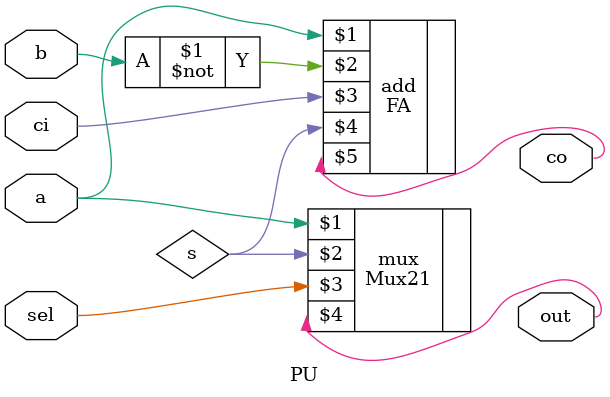
<source format=v>
`timescale 1ns / 1ps


module PU(a, b, ci, co, sel, out);
    input a, b, ci, sel;
    output co, out;
    wire s;
    FA add (a, ~b, ci, s, co);
    Mux21 mux (a, s, sel, out);
endmodule

</source>
